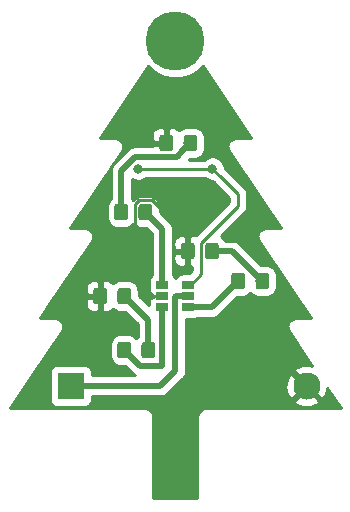
<source format=gbr>
G04 #@! TF.GenerationSoftware,KiCad,Pcbnew,(5.1.4)-1*
G04 #@! TF.CreationDate,2020-11-14T12:40:31-05:00*
G04 #@! TF.ProjectId,circuit,63697263-7569-4742-9e6b-696361645f70,rev?*
G04 #@! TF.SameCoordinates,Original*
G04 #@! TF.FileFunction,Copper,L1,Top*
G04 #@! TF.FilePolarity,Positive*
%FSLAX46Y46*%
G04 Gerber Fmt 4.6, Leading zero omitted, Abs format (unit mm)*
G04 Created by KiCad (PCBNEW (5.1.4)-1) date 2020-11-14 12:40:31*
%MOMM*%
%LPD*%
G04 APERTURE LIST*
%ADD10C,0.800000*%
%ADD11C,5.000000*%
%ADD12C,0.100000*%
%ADD13C,1.150000*%
%ADD14R,1.060000X0.650000*%
%ADD15R,2.300000X2.300000*%
%ADD16C,2.300000*%
%ADD17C,0.508000*%
%ADD18C,0.254000*%
G04 APERTURE END LIST*
D10*
X64825825Y-43124175D03*
X63500000Y-42575000D03*
X62174175Y-43124175D03*
X61625000Y-44450000D03*
X62174175Y-45775825D03*
X63500000Y-46325000D03*
X64825825Y-45775825D03*
X65375000Y-44450000D03*
D11*
X63500000Y-44450000D03*
D12*
G36*
X63078505Y-52387204D02*
G01*
X63102773Y-52390804D01*
X63126572Y-52396765D01*
X63149671Y-52405030D01*
X63171850Y-52415520D01*
X63192893Y-52428132D01*
X63212599Y-52442747D01*
X63230777Y-52459223D01*
X63247253Y-52477401D01*
X63261868Y-52497107D01*
X63274480Y-52518150D01*
X63284970Y-52540329D01*
X63293235Y-52563428D01*
X63299196Y-52587227D01*
X63302796Y-52611495D01*
X63304000Y-52635999D01*
X63304000Y-53536001D01*
X63302796Y-53560505D01*
X63299196Y-53584773D01*
X63293235Y-53608572D01*
X63284970Y-53631671D01*
X63274480Y-53653850D01*
X63261868Y-53674893D01*
X63247253Y-53694599D01*
X63230777Y-53712777D01*
X63212599Y-53729253D01*
X63192893Y-53743868D01*
X63171850Y-53756480D01*
X63149671Y-53766970D01*
X63126572Y-53775235D01*
X63102773Y-53781196D01*
X63078505Y-53784796D01*
X63054001Y-53786000D01*
X62403999Y-53786000D01*
X62379495Y-53784796D01*
X62355227Y-53781196D01*
X62331428Y-53775235D01*
X62308329Y-53766970D01*
X62286150Y-53756480D01*
X62265107Y-53743868D01*
X62245401Y-53729253D01*
X62227223Y-53712777D01*
X62210747Y-53694599D01*
X62196132Y-53674893D01*
X62183520Y-53653850D01*
X62173030Y-53631671D01*
X62164765Y-53608572D01*
X62158804Y-53584773D01*
X62155204Y-53560505D01*
X62154000Y-53536001D01*
X62154000Y-52635999D01*
X62155204Y-52611495D01*
X62158804Y-52587227D01*
X62164765Y-52563428D01*
X62173030Y-52540329D01*
X62183520Y-52518150D01*
X62196132Y-52497107D01*
X62210747Y-52477401D01*
X62227223Y-52459223D01*
X62245401Y-52442747D01*
X62265107Y-52428132D01*
X62286150Y-52415520D01*
X62308329Y-52405030D01*
X62331428Y-52396765D01*
X62355227Y-52390804D01*
X62379495Y-52387204D01*
X62403999Y-52386000D01*
X63054001Y-52386000D01*
X63078505Y-52387204D01*
X63078505Y-52387204D01*
G37*
D13*
X62729000Y-53086000D03*
D12*
G36*
X65128505Y-52387204D02*
G01*
X65152773Y-52390804D01*
X65176572Y-52396765D01*
X65199671Y-52405030D01*
X65221850Y-52415520D01*
X65242893Y-52428132D01*
X65262599Y-52442747D01*
X65280777Y-52459223D01*
X65297253Y-52477401D01*
X65311868Y-52497107D01*
X65324480Y-52518150D01*
X65334970Y-52540329D01*
X65343235Y-52563428D01*
X65349196Y-52587227D01*
X65352796Y-52611495D01*
X65354000Y-52635999D01*
X65354000Y-53536001D01*
X65352796Y-53560505D01*
X65349196Y-53584773D01*
X65343235Y-53608572D01*
X65334970Y-53631671D01*
X65324480Y-53653850D01*
X65311868Y-53674893D01*
X65297253Y-53694599D01*
X65280777Y-53712777D01*
X65262599Y-53729253D01*
X65242893Y-53743868D01*
X65221850Y-53756480D01*
X65199671Y-53766970D01*
X65176572Y-53775235D01*
X65152773Y-53781196D01*
X65128505Y-53784796D01*
X65104001Y-53786000D01*
X64453999Y-53786000D01*
X64429495Y-53784796D01*
X64405227Y-53781196D01*
X64381428Y-53775235D01*
X64358329Y-53766970D01*
X64336150Y-53756480D01*
X64315107Y-53743868D01*
X64295401Y-53729253D01*
X64277223Y-53712777D01*
X64260747Y-53694599D01*
X64246132Y-53674893D01*
X64233520Y-53653850D01*
X64223030Y-53631671D01*
X64214765Y-53608572D01*
X64208804Y-53584773D01*
X64205204Y-53560505D01*
X64204000Y-53536001D01*
X64204000Y-52635999D01*
X64205204Y-52611495D01*
X64208804Y-52587227D01*
X64214765Y-52563428D01*
X64223030Y-52540329D01*
X64233520Y-52518150D01*
X64246132Y-52497107D01*
X64260747Y-52477401D01*
X64277223Y-52459223D01*
X64295401Y-52442747D01*
X64315107Y-52428132D01*
X64336150Y-52415520D01*
X64358329Y-52405030D01*
X64381428Y-52396765D01*
X64405227Y-52390804D01*
X64429495Y-52387204D01*
X64453999Y-52386000D01*
X65104001Y-52386000D01*
X65128505Y-52387204D01*
X65128505Y-52387204D01*
G37*
D13*
X64779000Y-53086000D03*
D12*
G36*
X59531505Y-65341204D02*
G01*
X59555773Y-65344804D01*
X59579572Y-65350765D01*
X59602671Y-65359030D01*
X59624850Y-65369520D01*
X59645893Y-65382132D01*
X59665599Y-65396747D01*
X59683777Y-65413223D01*
X59700253Y-65431401D01*
X59714868Y-65451107D01*
X59727480Y-65472150D01*
X59737970Y-65494329D01*
X59746235Y-65517428D01*
X59752196Y-65541227D01*
X59755796Y-65565495D01*
X59757000Y-65589999D01*
X59757000Y-66490001D01*
X59755796Y-66514505D01*
X59752196Y-66538773D01*
X59746235Y-66562572D01*
X59737970Y-66585671D01*
X59727480Y-66607850D01*
X59714868Y-66628893D01*
X59700253Y-66648599D01*
X59683777Y-66666777D01*
X59665599Y-66683253D01*
X59645893Y-66697868D01*
X59624850Y-66710480D01*
X59602671Y-66720970D01*
X59579572Y-66729235D01*
X59555773Y-66735196D01*
X59531505Y-66738796D01*
X59507001Y-66740000D01*
X58856999Y-66740000D01*
X58832495Y-66738796D01*
X58808227Y-66735196D01*
X58784428Y-66729235D01*
X58761329Y-66720970D01*
X58739150Y-66710480D01*
X58718107Y-66697868D01*
X58698401Y-66683253D01*
X58680223Y-66666777D01*
X58663747Y-66648599D01*
X58649132Y-66628893D01*
X58636520Y-66607850D01*
X58626030Y-66585671D01*
X58617765Y-66562572D01*
X58611804Y-66538773D01*
X58608204Y-66514505D01*
X58607000Y-66490001D01*
X58607000Y-65589999D01*
X58608204Y-65565495D01*
X58611804Y-65541227D01*
X58617765Y-65517428D01*
X58626030Y-65494329D01*
X58636520Y-65472150D01*
X58649132Y-65451107D01*
X58663747Y-65431401D01*
X58680223Y-65413223D01*
X58698401Y-65396747D01*
X58718107Y-65382132D01*
X58739150Y-65369520D01*
X58761329Y-65359030D01*
X58784428Y-65350765D01*
X58808227Y-65344804D01*
X58832495Y-65341204D01*
X58856999Y-65340000D01*
X59507001Y-65340000D01*
X59531505Y-65341204D01*
X59531505Y-65341204D01*
G37*
D13*
X59182000Y-66040000D03*
D12*
G36*
X57481505Y-65341204D02*
G01*
X57505773Y-65344804D01*
X57529572Y-65350765D01*
X57552671Y-65359030D01*
X57574850Y-65369520D01*
X57595893Y-65382132D01*
X57615599Y-65396747D01*
X57633777Y-65413223D01*
X57650253Y-65431401D01*
X57664868Y-65451107D01*
X57677480Y-65472150D01*
X57687970Y-65494329D01*
X57696235Y-65517428D01*
X57702196Y-65541227D01*
X57705796Y-65565495D01*
X57707000Y-65589999D01*
X57707000Y-66490001D01*
X57705796Y-66514505D01*
X57702196Y-66538773D01*
X57696235Y-66562572D01*
X57687970Y-66585671D01*
X57677480Y-66607850D01*
X57664868Y-66628893D01*
X57650253Y-66648599D01*
X57633777Y-66666777D01*
X57615599Y-66683253D01*
X57595893Y-66697868D01*
X57574850Y-66710480D01*
X57552671Y-66720970D01*
X57529572Y-66729235D01*
X57505773Y-66735196D01*
X57481505Y-66738796D01*
X57457001Y-66740000D01*
X56806999Y-66740000D01*
X56782495Y-66738796D01*
X56758227Y-66735196D01*
X56734428Y-66729235D01*
X56711329Y-66720970D01*
X56689150Y-66710480D01*
X56668107Y-66697868D01*
X56648401Y-66683253D01*
X56630223Y-66666777D01*
X56613747Y-66648599D01*
X56599132Y-66628893D01*
X56586520Y-66607850D01*
X56576030Y-66585671D01*
X56567765Y-66562572D01*
X56561804Y-66538773D01*
X56558204Y-66514505D01*
X56557000Y-66490001D01*
X56557000Y-65589999D01*
X56558204Y-65565495D01*
X56561804Y-65541227D01*
X56567765Y-65517428D01*
X56576030Y-65494329D01*
X56586520Y-65472150D01*
X56599132Y-65451107D01*
X56613747Y-65431401D01*
X56630223Y-65413223D01*
X56648401Y-65396747D01*
X56668107Y-65382132D01*
X56689150Y-65369520D01*
X56711329Y-65359030D01*
X56734428Y-65350765D01*
X56758227Y-65344804D01*
X56782495Y-65341204D01*
X56806999Y-65340000D01*
X57457001Y-65340000D01*
X57481505Y-65341204D01*
X57481505Y-65341204D01*
G37*
D13*
X57132000Y-66040000D03*
D12*
G36*
X64910506Y-61531204D02*
G01*
X64934774Y-61534804D01*
X64958573Y-61540765D01*
X64981672Y-61549030D01*
X65003851Y-61559520D01*
X65024894Y-61572132D01*
X65044600Y-61586747D01*
X65062778Y-61603223D01*
X65079254Y-61621401D01*
X65093869Y-61641107D01*
X65106481Y-61662150D01*
X65116971Y-61684329D01*
X65125236Y-61707428D01*
X65131197Y-61731227D01*
X65134797Y-61755495D01*
X65136001Y-61779999D01*
X65136001Y-62680001D01*
X65134797Y-62704505D01*
X65131197Y-62728773D01*
X65125236Y-62752572D01*
X65116971Y-62775671D01*
X65106481Y-62797850D01*
X65093869Y-62818893D01*
X65079254Y-62838599D01*
X65062778Y-62856777D01*
X65044600Y-62873253D01*
X65024894Y-62887868D01*
X65003851Y-62900480D01*
X64981672Y-62910970D01*
X64958573Y-62919235D01*
X64934774Y-62925196D01*
X64910506Y-62928796D01*
X64886002Y-62930000D01*
X64236000Y-62930000D01*
X64211496Y-62928796D01*
X64187228Y-62925196D01*
X64163429Y-62919235D01*
X64140330Y-62910970D01*
X64118151Y-62900480D01*
X64097108Y-62887868D01*
X64077402Y-62873253D01*
X64059224Y-62856777D01*
X64042748Y-62838599D01*
X64028133Y-62818893D01*
X64015521Y-62797850D01*
X64005031Y-62775671D01*
X63996766Y-62752572D01*
X63990805Y-62728773D01*
X63987205Y-62704505D01*
X63986001Y-62680001D01*
X63986001Y-61779999D01*
X63987205Y-61755495D01*
X63990805Y-61731227D01*
X63996766Y-61707428D01*
X64005031Y-61684329D01*
X64015521Y-61662150D01*
X64028133Y-61641107D01*
X64042748Y-61621401D01*
X64059224Y-61603223D01*
X64077402Y-61586747D01*
X64097108Y-61572132D01*
X64118151Y-61559520D01*
X64140330Y-61549030D01*
X64163429Y-61540765D01*
X64187228Y-61534804D01*
X64211496Y-61531204D01*
X64236000Y-61530000D01*
X64886002Y-61530000D01*
X64910506Y-61531204D01*
X64910506Y-61531204D01*
G37*
D13*
X64561001Y-62230000D03*
D12*
G36*
X66960506Y-61531204D02*
G01*
X66984774Y-61534804D01*
X67008573Y-61540765D01*
X67031672Y-61549030D01*
X67053851Y-61559520D01*
X67074894Y-61572132D01*
X67094600Y-61586747D01*
X67112778Y-61603223D01*
X67129254Y-61621401D01*
X67143869Y-61641107D01*
X67156481Y-61662150D01*
X67166971Y-61684329D01*
X67175236Y-61707428D01*
X67181197Y-61731227D01*
X67184797Y-61755495D01*
X67186001Y-61779999D01*
X67186001Y-62680001D01*
X67184797Y-62704505D01*
X67181197Y-62728773D01*
X67175236Y-62752572D01*
X67166971Y-62775671D01*
X67156481Y-62797850D01*
X67143869Y-62818893D01*
X67129254Y-62838599D01*
X67112778Y-62856777D01*
X67094600Y-62873253D01*
X67074894Y-62887868D01*
X67053851Y-62900480D01*
X67031672Y-62910970D01*
X67008573Y-62919235D01*
X66984774Y-62925196D01*
X66960506Y-62928796D01*
X66936002Y-62930000D01*
X66286000Y-62930000D01*
X66261496Y-62928796D01*
X66237228Y-62925196D01*
X66213429Y-62919235D01*
X66190330Y-62910970D01*
X66168151Y-62900480D01*
X66147108Y-62887868D01*
X66127402Y-62873253D01*
X66109224Y-62856777D01*
X66092748Y-62838599D01*
X66078133Y-62818893D01*
X66065521Y-62797850D01*
X66055031Y-62775671D01*
X66046766Y-62752572D01*
X66040805Y-62728773D01*
X66037205Y-62704505D01*
X66036001Y-62680001D01*
X66036001Y-61779999D01*
X66037205Y-61755495D01*
X66040805Y-61731227D01*
X66046766Y-61707428D01*
X66055031Y-61684329D01*
X66065521Y-61662150D01*
X66078133Y-61641107D01*
X66092748Y-61621401D01*
X66109224Y-61603223D01*
X66127402Y-61586747D01*
X66147108Y-61572132D01*
X66168151Y-61559520D01*
X66190330Y-61549030D01*
X66213429Y-61540765D01*
X66237228Y-61534804D01*
X66261496Y-61531204D01*
X66286000Y-61530000D01*
X66936002Y-61530000D01*
X66960506Y-61531204D01*
X66960506Y-61531204D01*
G37*
D13*
X66611001Y-62230000D03*
D12*
G36*
X61309505Y-58229204D02*
G01*
X61333773Y-58232804D01*
X61357572Y-58238765D01*
X61380671Y-58247030D01*
X61402850Y-58257520D01*
X61423893Y-58270132D01*
X61443599Y-58284747D01*
X61461777Y-58301223D01*
X61478253Y-58319401D01*
X61492868Y-58339107D01*
X61505480Y-58360150D01*
X61515970Y-58382329D01*
X61524235Y-58405428D01*
X61530196Y-58429227D01*
X61533796Y-58453495D01*
X61535000Y-58477999D01*
X61535000Y-59378001D01*
X61533796Y-59402505D01*
X61530196Y-59426773D01*
X61524235Y-59450572D01*
X61515970Y-59473671D01*
X61505480Y-59495850D01*
X61492868Y-59516893D01*
X61478253Y-59536599D01*
X61461777Y-59554777D01*
X61443599Y-59571253D01*
X61423893Y-59585868D01*
X61402850Y-59598480D01*
X61380671Y-59608970D01*
X61357572Y-59617235D01*
X61333773Y-59623196D01*
X61309505Y-59626796D01*
X61285001Y-59628000D01*
X60634999Y-59628000D01*
X60610495Y-59626796D01*
X60586227Y-59623196D01*
X60562428Y-59617235D01*
X60539329Y-59608970D01*
X60517150Y-59598480D01*
X60496107Y-59585868D01*
X60476401Y-59571253D01*
X60458223Y-59554777D01*
X60441747Y-59536599D01*
X60427132Y-59516893D01*
X60414520Y-59495850D01*
X60404030Y-59473671D01*
X60395765Y-59450572D01*
X60389804Y-59426773D01*
X60386204Y-59402505D01*
X60385000Y-59378001D01*
X60385000Y-58477999D01*
X60386204Y-58453495D01*
X60389804Y-58429227D01*
X60395765Y-58405428D01*
X60404030Y-58382329D01*
X60414520Y-58360150D01*
X60427132Y-58339107D01*
X60441747Y-58319401D01*
X60458223Y-58301223D01*
X60476401Y-58284747D01*
X60496107Y-58270132D01*
X60517150Y-58257520D01*
X60539329Y-58247030D01*
X60562428Y-58238765D01*
X60586227Y-58232804D01*
X60610495Y-58229204D01*
X60634999Y-58228000D01*
X61285001Y-58228000D01*
X61309505Y-58229204D01*
X61309505Y-58229204D01*
G37*
D13*
X60960000Y-58928000D03*
D12*
G36*
X59259505Y-58229204D02*
G01*
X59283773Y-58232804D01*
X59307572Y-58238765D01*
X59330671Y-58247030D01*
X59352850Y-58257520D01*
X59373893Y-58270132D01*
X59393599Y-58284747D01*
X59411777Y-58301223D01*
X59428253Y-58319401D01*
X59442868Y-58339107D01*
X59455480Y-58360150D01*
X59465970Y-58382329D01*
X59474235Y-58405428D01*
X59480196Y-58429227D01*
X59483796Y-58453495D01*
X59485000Y-58477999D01*
X59485000Y-59378001D01*
X59483796Y-59402505D01*
X59480196Y-59426773D01*
X59474235Y-59450572D01*
X59465970Y-59473671D01*
X59455480Y-59495850D01*
X59442868Y-59516893D01*
X59428253Y-59536599D01*
X59411777Y-59554777D01*
X59393599Y-59571253D01*
X59373893Y-59585868D01*
X59352850Y-59598480D01*
X59330671Y-59608970D01*
X59307572Y-59617235D01*
X59283773Y-59623196D01*
X59259505Y-59626796D01*
X59235001Y-59628000D01*
X58584999Y-59628000D01*
X58560495Y-59626796D01*
X58536227Y-59623196D01*
X58512428Y-59617235D01*
X58489329Y-59608970D01*
X58467150Y-59598480D01*
X58446107Y-59585868D01*
X58426401Y-59571253D01*
X58408223Y-59554777D01*
X58391747Y-59536599D01*
X58377132Y-59516893D01*
X58364520Y-59495850D01*
X58354030Y-59473671D01*
X58345765Y-59450572D01*
X58339804Y-59426773D01*
X58336204Y-59402505D01*
X58335000Y-59378001D01*
X58335000Y-58477999D01*
X58336204Y-58453495D01*
X58339804Y-58429227D01*
X58345765Y-58405428D01*
X58354030Y-58382329D01*
X58364520Y-58360150D01*
X58377132Y-58339107D01*
X58391747Y-58319401D01*
X58408223Y-58301223D01*
X58426401Y-58284747D01*
X58446107Y-58270132D01*
X58467150Y-58257520D01*
X58489329Y-58247030D01*
X58512428Y-58238765D01*
X58536227Y-58232804D01*
X58560495Y-58229204D01*
X58584999Y-58228000D01*
X59235001Y-58228000D01*
X59259505Y-58229204D01*
X59259505Y-58229204D01*
G37*
D13*
X58910000Y-58928000D03*
D12*
G36*
X61563505Y-69913204D02*
G01*
X61587773Y-69916804D01*
X61611572Y-69922765D01*
X61634671Y-69931030D01*
X61656850Y-69941520D01*
X61677893Y-69954132D01*
X61697599Y-69968747D01*
X61715777Y-69985223D01*
X61732253Y-70003401D01*
X61746868Y-70023107D01*
X61759480Y-70044150D01*
X61769970Y-70066329D01*
X61778235Y-70089428D01*
X61784196Y-70113227D01*
X61787796Y-70137495D01*
X61789000Y-70161999D01*
X61789000Y-71062001D01*
X61787796Y-71086505D01*
X61784196Y-71110773D01*
X61778235Y-71134572D01*
X61769970Y-71157671D01*
X61759480Y-71179850D01*
X61746868Y-71200893D01*
X61732253Y-71220599D01*
X61715777Y-71238777D01*
X61697599Y-71255253D01*
X61677893Y-71269868D01*
X61656850Y-71282480D01*
X61634671Y-71292970D01*
X61611572Y-71301235D01*
X61587773Y-71307196D01*
X61563505Y-71310796D01*
X61539001Y-71312000D01*
X60888999Y-71312000D01*
X60864495Y-71310796D01*
X60840227Y-71307196D01*
X60816428Y-71301235D01*
X60793329Y-71292970D01*
X60771150Y-71282480D01*
X60750107Y-71269868D01*
X60730401Y-71255253D01*
X60712223Y-71238777D01*
X60695747Y-71220599D01*
X60681132Y-71200893D01*
X60668520Y-71179850D01*
X60658030Y-71157671D01*
X60649765Y-71134572D01*
X60643804Y-71110773D01*
X60640204Y-71086505D01*
X60639000Y-71062001D01*
X60639000Y-70161999D01*
X60640204Y-70137495D01*
X60643804Y-70113227D01*
X60649765Y-70089428D01*
X60658030Y-70066329D01*
X60668520Y-70044150D01*
X60681132Y-70023107D01*
X60695747Y-70003401D01*
X60712223Y-69985223D01*
X60730401Y-69968747D01*
X60750107Y-69954132D01*
X60771150Y-69941520D01*
X60793329Y-69931030D01*
X60816428Y-69922765D01*
X60840227Y-69916804D01*
X60864495Y-69913204D01*
X60888999Y-69912000D01*
X61539001Y-69912000D01*
X61563505Y-69913204D01*
X61563505Y-69913204D01*
G37*
D13*
X61214000Y-70612000D03*
D12*
G36*
X59513505Y-69913204D02*
G01*
X59537773Y-69916804D01*
X59561572Y-69922765D01*
X59584671Y-69931030D01*
X59606850Y-69941520D01*
X59627893Y-69954132D01*
X59647599Y-69968747D01*
X59665777Y-69985223D01*
X59682253Y-70003401D01*
X59696868Y-70023107D01*
X59709480Y-70044150D01*
X59719970Y-70066329D01*
X59728235Y-70089428D01*
X59734196Y-70113227D01*
X59737796Y-70137495D01*
X59739000Y-70161999D01*
X59739000Y-71062001D01*
X59737796Y-71086505D01*
X59734196Y-71110773D01*
X59728235Y-71134572D01*
X59719970Y-71157671D01*
X59709480Y-71179850D01*
X59696868Y-71200893D01*
X59682253Y-71220599D01*
X59665777Y-71238777D01*
X59647599Y-71255253D01*
X59627893Y-71269868D01*
X59606850Y-71282480D01*
X59584671Y-71292970D01*
X59561572Y-71301235D01*
X59537773Y-71307196D01*
X59513505Y-71310796D01*
X59489001Y-71312000D01*
X58838999Y-71312000D01*
X58814495Y-71310796D01*
X58790227Y-71307196D01*
X58766428Y-71301235D01*
X58743329Y-71292970D01*
X58721150Y-71282480D01*
X58700107Y-71269868D01*
X58680401Y-71255253D01*
X58662223Y-71238777D01*
X58645747Y-71220599D01*
X58631132Y-71200893D01*
X58618520Y-71179850D01*
X58608030Y-71157671D01*
X58599765Y-71134572D01*
X58593804Y-71110773D01*
X58590204Y-71086505D01*
X58589000Y-71062001D01*
X58589000Y-70161999D01*
X58590204Y-70137495D01*
X58593804Y-70113227D01*
X58599765Y-70089428D01*
X58608030Y-70066329D01*
X58618520Y-70044150D01*
X58631132Y-70023107D01*
X58645747Y-70003401D01*
X58662223Y-69985223D01*
X58680401Y-69968747D01*
X58700107Y-69954132D01*
X58721150Y-69941520D01*
X58743329Y-69931030D01*
X58766428Y-69922765D01*
X58790227Y-69916804D01*
X58814495Y-69913204D01*
X58838999Y-69912000D01*
X59489001Y-69912000D01*
X59513505Y-69913204D01*
X59513505Y-69913204D01*
G37*
D13*
X59164000Y-70612000D03*
D12*
G36*
X69174505Y-64071204D02*
G01*
X69198773Y-64074804D01*
X69222572Y-64080765D01*
X69245671Y-64089030D01*
X69267850Y-64099520D01*
X69288893Y-64112132D01*
X69308599Y-64126747D01*
X69326777Y-64143223D01*
X69343253Y-64161401D01*
X69357868Y-64181107D01*
X69370480Y-64202150D01*
X69380970Y-64224329D01*
X69389235Y-64247428D01*
X69395196Y-64271227D01*
X69398796Y-64295495D01*
X69400000Y-64319999D01*
X69400000Y-65220001D01*
X69398796Y-65244505D01*
X69395196Y-65268773D01*
X69389235Y-65292572D01*
X69380970Y-65315671D01*
X69370480Y-65337850D01*
X69357868Y-65358893D01*
X69343253Y-65378599D01*
X69326777Y-65396777D01*
X69308599Y-65413253D01*
X69288893Y-65427868D01*
X69267850Y-65440480D01*
X69245671Y-65450970D01*
X69222572Y-65459235D01*
X69198773Y-65465196D01*
X69174505Y-65468796D01*
X69150001Y-65470000D01*
X68499999Y-65470000D01*
X68475495Y-65468796D01*
X68451227Y-65465196D01*
X68427428Y-65459235D01*
X68404329Y-65450970D01*
X68382150Y-65440480D01*
X68361107Y-65427868D01*
X68341401Y-65413253D01*
X68323223Y-65396777D01*
X68306747Y-65378599D01*
X68292132Y-65358893D01*
X68279520Y-65337850D01*
X68269030Y-65315671D01*
X68260765Y-65292572D01*
X68254804Y-65268773D01*
X68251204Y-65244505D01*
X68250000Y-65220001D01*
X68250000Y-64319999D01*
X68251204Y-64295495D01*
X68254804Y-64271227D01*
X68260765Y-64247428D01*
X68269030Y-64224329D01*
X68279520Y-64202150D01*
X68292132Y-64181107D01*
X68306747Y-64161401D01*
X68323223Y-64143223D01*
X68341401Y-64126747D01*
X68361107Y-64112132D01*
X68382150Y-64099520D01*
X68404329Y-64089030D01*
X68427428Y-64080765D01*
X68451227Y-64074804D01*
X68475495Y-64071204D01*
X68499999Y-64070000D01*
X69150001Y-64070000D01*
X69174505Y-64071204D01*
X69174505Y-64071204D01*
G37*
D13*
X68825000Y-64770000D03*
D12*
G36*
X71224505Y-64071204D02*
G01*
X71248773Y-64074804D01*
X71272572Y-64080765D01*
X71295671Y-64089030D01*
X71317850Y-64099520D01*
X71338893Y-64112132D01*
X71358599Y-64126747D01*
X71376777Y-64143223D01*
X71393253Y-64161401D01*
X71407868Y-64181107D01*
X71420480Y-64202150D01*
X71430970Y-64224329D01*
X71439235Y-64247428D01*
X71445196Y-64271227D01*
X71448796Y-64295495D01*
X71450000Y-64319999D01*
X71450000Y-65220001D01*
X71448796Y-65244505D01*
X71445196Y-65268773D01*
X71439235Y-65292572D01*
X71430970Y-65315671D01*
X71420480Y-65337850D01*
X71407868Y-65358893D01*
X71393253Y-65378599D01*
X71376777Y-65396777D01*
X71358599Y-65413253D01*
X71338893Y-65427868D01*
X71317850Y-65440480D01*
X71295671Y-65450970D01*
X71272572Y-65459235D01*
X71248773Y-65465196D01*
X71224505Y-65468796D01*
X71200001Y-65470000D01*
X70549999Y-65470000D01*
X70525495Y-65468796D01*
X70501227Y-65465196D01*
X70477428Y-65459235D01*
X70454329Y-65450970D01*
X70432150Y-65440480D01*
X70411107Y-65427868D01*
X70391401Y-65413253D01*
X70373223Y-65396777D01*
X70356747Y-65378599D01*
X70342132Y-65358893D01*
X70329520Y-65337850D01*
X70319030Y-65315671D01*
X70310765Y-65292572D01*
X70304804Y-65268773D01*
X70301204Y-65244505D01*
X70300000Y-65220001D01*
X70300000Y-64319999D01*
X70301204Y-64295495D01*
X70304804Y-64271227D01*
X70310765Y-64247428D01*
X70319030Y-64224329D01*
X70329520Y-64202150D01*
X70342132Y-64181107D01*
X70356747Y-64161401D01*
X70373223Y-64143223D01*
X70391401Y-64126747D01*
X70411107Y-64112132D01*
X70432150Y-64099520D01*
X70454329Y-64089030D01*
X70477428Y-64080765D01*
X70501227Y-64074804D01*
X70525495Y-64071204D01*
X70549999Y-64070000D01*
X71200001Y-64070000D01*
X71224505Y-64071204D01*
X71224505Y-64071204D01*
G37*
D13*
X70875000Y-64770000D03*
D14*
X62400000Y-65090000D03*
X62400000Y-66040000D03*
X62400000Y-66990000D03*
X64600000Y-66990000D03*
X64600000Y-65090000D03*
X64600000Y-66040000D03*
D15*
X54640000Y-73650000D03*
D16*
X74610000Y-73660000D03*
D10*
X66675000Y-51435000D03*
X60325000Y-51435000D03*
X61976000Y-82550000D03*
X63500000Y-82550000D03*
X65024000Y-82550000D03*
X66650000Y-55240000D03*
X60350000Y-55240000D03*
D17*
X63562000Y-66040000D02*
X64600000Y-66040000D01*
X63500000Y-66102000D02*
X63562000Y-66040000D01*
X63500000Y-72390000D02*
X63500000Y-66102000D01*
X62240000Y-73650000D02*
X63500000Y-72390000D01*
X54640000Y-73650000D02*
X62240000Y-73650000D01*
D18*
X64561001Y-62230000D02*
X64561001Y-57195001D01*
X60057990Y-58238992D02*
X60057990Y-64481990D01*
X60057990Y-64481990D02*
X61616000Y-66040000D01*
X60395992Y-57900990D02*
X60057990Y-58238992D01*
X61616000Y-66040000D02*
X62400000Y-66040000D01*
X61524008Y-57900990D02*
X60395992Y-57900990D01*
X64561001Y-60937983D02*
X61524008Y-57900990D01*
X64561001Y-62230000D02*
X64561001Y-60937983D01*
D17*
X64155628Y-53709372D02*
X64779000Y-53086000D01*
X63624990Y-54240010D02*
X64155628Y-53709372D01*
X60086068Y-54240010D02*
X63624990Y-54240010D01*
X58910000Y-55416078D02*
X60086068Y-54240010D01*
X58910000Y-58928000D02*
X58910000Y-55416078D01*
X61214000Y-68072000D02*
X59182000Y-66040000D01*
X61214000Y-70612000D02*
X61214000Y-68072000D01*
X68335000Y-62230000D02*
X66611001Y-62230000D01*
X70875000Y-64770000D02*
X68335000Y-62230000D01*
X62400000Y-60368000D02*
X60960000Y-58928000D01*
X62400000Y-65090000D02*
X62400000Y-60368000D01*
X62400000Y-66990000D02*
X62195000Y-66990000D01*
X62400000Y-66990000D02*
X62400000Y-71966000D01*
X60518000Y-71966000D02*
X59164000Y-70612000D01*
X62400000Y-71966000D02*
X60518000Y-71966000D01*
X66605000Y-66990000D02*
X68825000Y-64770000D01*
X64600000Y-66990000D02*
X66605000Y-66990000D01*
D18*
X65708991Y-61540992D02*
X68829983Y-58420000D01*
X65708991Y-64186009D02*
X65708991Y-61540992D01*
X64600000Y-65090000D02*
X64805000Y-65090000D01*
X64805000Y-65090000D02*
X65708991Y-64186009D01*
X68829983Y-58420000D02*
X68829983Y-57399983D01*
X68829983Y-57399983D02*
X67310000Y-55880000D01*
X67310000Y-55880000D02*
X67290000Y-55880000D01*
X67290000Y-55880000D02*
X66650000Y-55240000D01*
X66650000Y-55240000D02*
X60350000Y-55240000D01*
G36*
X69886778Y-52680000D02*
G01*
X68612757Y-52680000D01*
X68580693Y-52676808D01*
X68547934Y-52680000D01*
X68547581Y-52680000D01*
X68514866Y-52683222D01*
X68451299Y-52689416D01*
X68450971Y-52689515D01*
X68450617Y-52689550D01*
X68387927Y-52708567D01*
X68326849Y-52727025D01*
X68326543Y-52727188D01*
X68326207Y-52727290D01*
X68268531Y-52758118D01*
X68212127Y-52788191D01*
X68211861Y-52788409D01*
X68211550Y-52788575D01*
X68161126Y-52829957D01*
X68111543Y-52870562D01*
X68111323Y-52870830D01*
X68111052Y-52871052D01*
X68069507Y-52921674D01*
X68028962Y-52970974D01*
X68028801Y-52971275D01*
X68028575Y-52971550D01*
X67997765Y-53029191D01*
X67967556Y-53085566D01*
X67967455Y-53085899D01*
X67967290Y-53086207D01*
X67948274Y-53148892D01*
X67929687Y-53209938D01*
X67929653Y-53210276D01*
X67929550Y-53210617D01*
X67923113Y-53275974D01*
X67916808Y-53339307D01*
X67916841Y-53339650D01*
X67916807Y-53340000D01*
X67923224Y-53405157D01*
X67929416Y-53468701D01*
X67929515Y-53469029D01*
X67929550Y-53469383D01*
X67948567Y-53532073D01*
X67967025Y-53593151D01*
X67967188Y-53593457D01*
X67967290Y-53593793D01*
X67997963Y-53651178D01*
X68012864Y-53679127D01*
X68013054Y-53679412D01*
X68028575Y-53708450D01*
X68049024Y-53733367D01*
X72426778Y-60300000D01*
X71152757Y-60300000D01*
X71120693Y-60296808D01*
X71087934Y-60300000D01*
X71087581Y-60300000D01*
X71054866Y-60303222D01*
X70991299Y-60309416D01*
X70990971Y-60309515D01*
X70990617Y-60309550D01*
X70927927Y-60328567D01*
X70866849Y-60347025D01*
X70866543Y-60347188D01*
X70866207Y-60347290D01*
X70808531Y-60378118D01*
X70752127Y-60408191D01*
X70751861Y-60408409D01*
X70751550Y-60408575D01*
X70701126Y-60449957D01*
X70651543Y-60490562D01*
X70651323Y-60490830D01*
X70651052Y-60491052D01*
X70609507Y-60541674D01*
X70568962Y-60590974D01*
X70568801Y-60591275D01*
X70568575Y-60591550D01*
X70537765Y-60649191D01*
X70507556Y-60705566D01*
X70507455Y-60705899D01*
X70507290Y-60706207D01*
X70488274Y-60768892D01*
X70469687Y-60829938D01*
X70469653Y-60830276D01*
X70469550Y-60830617D01*
X70463113Y-60895974D01*
X70456808Y-60959307D01*
X70456841Y-60959650D01*
X70456807Y-60960000D01*
X70463224Y-61025157D01*
X70469416Y-61088701D01*
X70469515Y-61089029D01*
X70469550Y-61089383D01*
X70488557Y-61152038D01*
X70507025Y-61213151D01*
X70507188Y-61213457D01*
X70507290Y-61213793D01*
X70537963Y-61271178D01*
X70552864Y-61299127D01*
X70553054Y-61299412D01*
X70568575Y-61328450D01*
X70589024Y-61353367D01*
X74966778Y-67920000D01*
X73692757Y-67920000D01*
X73660693Y-67916808D01*
X73627934Y-67920000D01*
X73627581Y-67920000D01*
X73594866Y-67923222D01*
X73531299Y-67929416D01*
X73530971Y-67929515D01*
X73530617Y-67929550D01*
X73467927Y-67948567D01*
X73406849Y-67967025D01*
X73406543Y-67967188D01*
X73406207Y-67967290D01*
X73348531Y-67998118D01*
X73292127Y-68028191D01*
X73291861Y-68028409D01*
X73291550Y-68028575D01*
X73241126Y-68069957D01*
X73191543Y-68110562D01*
X73191323Y-68110830D01*
X73191052Y-68111052D01*
X73149507Y-68161674D01*
X73108962Y-68210974D01*
X73108801Y-68211275D01*
X73108575Y-68211550D01*
X73077765Y-68269191D01*
X73047556Y-68325566D01*
X73047455Y-68325899D01*
X73047290Y-68326207D01*
X73028274Y-68388892D01*
X73009687Y-68449938D01*
X73009653Y-68450276D01*
X73009550Y-68450617D01*
X73003113Y-68515974D01*
X72996808Y-68579307D01*
X72996841Y-68579650D01*
X72996807Y-68580000D01*
X73003224Y-68645157D01*
X73009416Y-68708701D01*
X73009515Y-68709029D01*
X73009550Y-68709383D01*
X73028567Y-68772073D01*
X73047025Y-68833151D01*
X73047188Y-68833457D01*
X73047290Y-68833793D01*
X73077963Y-68891178D01*
X73092864Y-68919127D01*
X73093054Y-68919412D01*
X73108575Y-68948450D01*
X73129024Y-68973367D01*
X75110991Y-71946318D01*
X74904174Y-71890651D01*
X74553339Y-71867259D01*
X74204681Y-71912760D01*
X73871600Y-72025406D01*
X73661118Y-72137910D01*
X73547256Y-72417651D01*
X74610000Y-73480395D01*
X74624143Y-73466253D01*
X74803748Y-73645858D01*
X74789605Y-73660000D01*
X75852349Y-74722744D01*
X76132090Y-74608882D01*
X76287961Y-74293704D01*
X76379349Y-73954174D01*
X76385733Y-73858431D01*
X77506778Y-75540000D01*
X66072419Y-75540000D01*
X66040000Y-75536807D01*
X66007581Y-75540000D01*
X65910617Y-75549550D01*
X65786207Y-75587290D01*
X65671550Y-75648575D01*
X65571052Y-75731052D01*
X65488575Y-75831550D01*
X65427290Y-75946207D01*
X65389550Y-76070617D01*
X65376807Y-76200000D01*
X65380001Y-76232429D01*
X65380000Y-83160000D01*
X61620000Y-83160000D01*
X61620000Y-76232419D01*
X61623193Y-76200000D01*
X61610450Y-76070617D01*
X61572710Y-75946207D01*
X61511425Y-75831550D01*
X61428948Y-75731052D01*
X61328450Y-75648575D01*
X61213793Y-75587290D01*
X61089383Y-75549550D01*
X60992419Y-75540000D01*
X60960000Y-75536807D01*
X60927581Y-75540000D01*
X49493221Y-75540000D01*
X51519887Y-72500000D01*
X52851928Y-72500000D01*
X52851928Y-74800000D01*
X52864188Y-74924482D01*
X52900498Y-75044180D01*
X52959463Y-75154494D01*
X53038815Y-75251185D01*
X53135506Y-75330537D01*
X53245820Y-75389502D01*
X53365518Y-75425812D01*
X53490000Y-75438072D01*
X55790000Y-75438072D01*
X55914482Y-75425812D01*
X56034180Y-75389502D01*
X56144494Y-75330537D01*
X56241185Y-75251185D01*
X56320537Y-75154494D01*
X56379502Y-75044180D01*
X56415812Y-74924482D01*
X56417991Y-74902349D01*
X73547256Y-74902349D01*
X73661118Y-75182090D01*
X73976296Y-75337961D01*
X74315826Y-75429349D01*
X74666661Y-75452741D01*
X75015319Y-75407240D01*
X75348400Y-75294594D01*
X75558882Y-75182090D01*
X75672744Y-74902349D01*
X74610000Y-73839605D01*
X73547256Y-74902349D01*
X56417991Y-74902349D01*
X56428072Y-74800000D01*
X56428072Y-74539000D01*
X62196340Y-74539000D01*
X62240000Y-74543300D01*
X62283660Y-74539000D01*
X62283667Y-74539000D01*
X62414274Y-74526136D01*
X62581851Y-74475303D01*
X62736291Y-74392753D01*
X62871659Y-74281659D01*
X62899499Y-74247736D01*
X63430574Y-73716661D01*
X72817259Y-73716661D01*
X72862760Y-74065319D01*
X72975406Y-74398400D01*
X73087910Y-74608882D01*
X73367651Y-74722744D01*
X74430395Y-73660000D01*
X73367651Y-72597256D01*
X73087910Y-72711118D01*
X72932039Y-73026296D01*
X72840651Y-73365826D01*
X72817259Y-73716661D01*
X63430574Y-73716661D01*
X64097743Y-73049493D01*
X64131659Y-73021659D01*
X64242753Y-72886291D01*
X64325303Y-72731851D01*
X64366009Y-72597659D01*
X64376136Y-72564276D01*
X64379406Y-72531076D01*
X64389000Y-72433667D01*
X64389000Y-72433661D01*
X64393300Y-72390001D01*
X64389000Y-72346341D01*
X64389000Y-67953072D01*
X65130000Y-67953072D01*
X65254482Y-67940812D01*
X65374180Y-67904502D01*
X65421890Y-67879000D01*
X66561340Y-67879000D01*
X66605000Y-67883300D01*
X66648660Y-67879000D01*
X66648667Y-67879000D01*
X66779274Y-67866136D01*
X66946851Y-67815303D01*
X67101291Y-67732753D01*
X67236659Y-67621659D01*
X67264499Y-67587736D01*
X68744164Y-66108072D01*
X69150001Y-66108072D01*
X69323255Y-66091008D01*
X69489851Y-66040472D01*
X69643387Y-65958405D01*
X69777962Y-65847962D01*
X69850000Y-65760184D01*
X69922038Y-65847962D01*
X70056613Y-65958405D01*
X70210149Y-66040472D01*
X70376745Y-66091008D01*
X70549999Y-66108072D01*
X71200001Y-66108072D01*
X71373255Y-66091008D01*
X71539851Y-66040472D01*
X71693387Y-65958405D01*
X71827962Y-65847962D01*
X71938405Y-65713387D01*
X72020472Y-65559851D01*
X72071008Y-65393255D01*
X72088072Y-65220001D01*
X72088072Y-64319999D01*
X72071008Y-64146745D01*
X72020472Y-63980149D01*
X71938405Y-63826613D01*
X71827962Y-63692038D01*
X71693387Y-63581595D01*
X71539851Y-63499528D01*
X71373255Y-63448992D01*
X71200001Y-63431928D01*
X70794164Y-63431928D01*
X68994499Y-61632264D01*
X68966659Y-61598341D01*
X68831291Y-61487247D01*
X68676851Y-61404697D01*
X68509274Y-61353864D01*
X68378667Y-61341000D01*
X68378660Y-61341000D01*
X68335000Y-61336700D01*
X68291340Y-61341000D01*
X67703477Y-61341000D01*
X67674406Y-61286613D01*
X67563963Y-61152038D01*
X67429388Y-61041595D01*
X67335958Y-60991655D01*
X69342336Y-58985278D01*
X69371405Y-58961422D01*
X69466628Y-58845392D01*
X69537385Y-58713015D01*
X69580957Y-58569378D01*
X69591983Y-58457426D01*
X69591983Y-58457424D01*
X69595669Y-58420001D01*
X69591983Y-58382578D01*
X69591983Y-57437406D01*
X69595669Y-57399983D01*
X69591983Y-57362557D01*
X69580957Y-57250605D01*
X69537385Y-57106968D01*
X69504448Y-57045347D01*
X69466628Y-56974590D01*
X69431840Y-56932202D01*
X69371405Y-56858561D01*
X69342329Y-56834699D01*
X67875284Y-55367654D01*
X67851422Y-55338578D01*
X67735392Y-55243355D01*
X67725925Y-55238295D01*
X67685000Y-55197370D01*
X67685000Y-55138061D01*
X67645226Y-54938102D01*
X67567205Y-54749744D01*
X67453937Y-54580226D01*
X67309774Y-54436063D01*
X67140256Y-54322795D01*
X66951898Y-54244774D01*
X66751939Y-54205000D01*
X66548061Y-54205000D01*
X66348102Y-54244774D01*
X66159744Y-54322795D01*
X65990226Y-54436063D01*
X65948289Y-54478000D01*
X64644235Y-54478000D01*
X64698163Y-54424072D01*
X65104001Y-54424072D01*
X65277255Y-54407008D01*
X65443851Y-54356472D01*
X65597387Y-54274405D01*
X65731962Y-54163962D01*
X65842405Y-54029387D01*
X65924472Y-53875851D01*
X65975008Y-53709255D01*
X65992072Y-53536001D01*
X65992072Y-52635999D01*
X65975008Y-52462745D01*
X65924472Y-52296149D01*
X65842405Y-52142613D01*
X65731962Y-52008038D01*
X65597387Y-51897595D01*
X65443851Y-51815528D01*
X65277255Y-51764992D01*
X65104001Y-51747928D01*
X64453999Y-51747928D01*
X64280745Y-51764992D01*
X64114149Y-51815528D01*
X63960613Y-51897595D01*
X63826038Y-52008038D01*
X63820658Y-52014594D01*
X63755185Y-51934815D01*
X63658494Y-51855463D01*
X63548180Y-51796498D01*
X63428482Y-51760188D01*
X63304000Y-51747928D01*
X63014750Y-51751000D01*
X62856000Y-51909750D01*
X62856000Y-52959000D01*
X62876000Y-52959000D01*
X62876000Y-53213000D01*
X62856000Y-53213000D01*
X62856000Y-53233000D01*
X62602000Y-53233000D01*
X62602000Y-53213000D01*
X61677750Y-53213000D01*
X61539740Y-53351010D01*
X60129727Y-53351010D01*
X60086067Y-53346710D01*
X60042407Y-53351010D01*
X60042401Y-53351010D01*
X59944992Y-53360604D01*
X59911792Y-53363874D01*
X59810126Y-53394714D01*
X59744217Y-53414707D01*
X59589777Y-53497257D01*
X59454409Y-53608351D01*
X59426569Y-53642274D01*
X58312259Y-54756584D01*
X58278342Y-54784419D01*
X58250507Y-54818336D01*
X58250505Y-54818338D01*
X58167248Y-54919787D01*
X58084698Y-55074226D01*
X58033864Y-55241804D01*
X58016700Y-55416078D01*
X58021001Y-55459748D01*
X58021000Y-57797545D01*
X57957038Y-57850038D01*
X57846595Y-57984613D01*
X57764528Y-58138149D01*
X57713992Y-58304745D01*
X57696928Y-58477999D01*
X57696928Y-59378001D01*
X57713992Y-59551255D01*
X57764528Y-59717851D01*
X57846595Y-59871387D01*
X57957038Y-60005962D01*
X58091613Y-60116405D01*
X58245149Y-60198472D01*
X58411745Y-60249008D01*
X58584999Y-60266072D01*
X59235001Y-60266072D01*
X59408255Y-60249008D01*
X59574851Y-60198472D01*
X59728387Y-60116405D01*
X59862962Y-60005962D01*
X59935000Y-59918184D01*
X60007038Y-60005962D01*
X60141613Y-60116405D01*
X60295149Y-60198472D01*
X60461745Y-60249008D01*
X60634999Y-60266072D01*
X61040837Y-60266072D01*
X61511001Y-60736237D01*
X61511000Y-64238161D01*
X61418815Y-64313815D01*
X61339463Y-64410506D01*
X61280498Y-64520820D01*
X61244188Y-64640518D01*
X61231928Y-64765000D01*
X61231928Y-65415000D01*
X61244188Y-65539482D01*
X61251929Y-65565000D01*
X61244188Y-65590518D01*
X61231928Y-65715000D01*
X61235000Y-65754250D01*
X61393750Y-65913000D01*
X61475859Y-65913000D01*
X61515506Y-65945537D01*
X61625820Y-66004502D01*
X61742841Y-66040000D01*
X61625820Y-66075498D01*
X61515506Y-66134463D01*
X61475859Y-66167000D01*
X61393750Y-66167000D01*
X61235000Y-66325750D01*
X61231928Y-66365000D01*
X61244188Y-66489482D01*
X61251929Y-66515000D01*
X61244188Y-66540518D01*
X61231928Y-66665000D01*
X61231928Y-66832692D01*
X60395072Y-65995837D01*
X60395072Y-65589999D01*
X60378008Y-65416745D01*
X60327472Y-65250149D01*
X60245405Y-65096613D01*
X60134962Y-64962038D01*
X60000387Y-64851595D01*
X59846851Y-64769528D01*
X59680255Y-64718992D01*
X59507001Y-64701928D01*
X58856999Y-64701928D01*
X58683745Y-64718992D01*
X58517149Y-64769528D01*
X58363613Y-64851595D01*
X58229038Y-64962038D01*
X58223658Y-64968594D01*
X58158185Y-64888815D01*
X58061494Y-64809463D01*
X57951180Y-64750498D01*
X57831482Y-64714188D01*
X57707000Y-64701928D01*
X57417750Y-64705000D01*
X57259000Y-64863750D01*
X57259000Y-65913000D01*
X57279000Y-65913000D01*
X57279000Y-66167000D01*
X57259000Y-66167000D01*
X57259000Y-67216250D01*
X57417750Y-67375000D01*
X57707000Y-67378072D01*
X57831482Y-67365812D01*
X57951180Y-67329502D01*
X58061494Y-67270537D01*
X58158185Y-67191185D01*
X58223658Y-67111406D01*
X58229038Y-67117962D01*
X58363613Y-67228405D01*
X58517149Y-67310472D01*
X58683745Y-67361008D01*
X58856999Y-67378072D01*
X59262837Y-67378072D01*
X60325001Y-68440237D01*
X60325000Y-69481545D01*
X60261038Y-69534038D01*
X60189000Y-69621816D01*
X60116962Y-69534038D01*
X59982387Y-69423595D01*
X59828851Y-69341528D01*
X59662255Y-69290992D01*
X59489001Y-69273928D01*
X58838999Y-69273928D01*
X58665745Y-69290992D01*
X58499149Y-69341528D01*
X58345613Y-69423595D01*
X58211038Y-69534038D01*
X58100595Y-69668613D01*
X58018528Y-69822149D01*
X57967992Y-69988745D01*
X57950928Y-70161999D01*
X57950928Y-71062001D01*
X57967992Y-71235255D01*
X58018528Y-71401851D01*
X58100595Y-71555387D01*
X58211038Y-71689962D01*
X58345613Y-71800405D01*
X58499149Y-71882472D01*
X58665745Y-71933008D01*
X58838999Y-71950072D01*
X59244836Y-71950072D01*
X59858506Y-72563741D01*
X59886341Y-72597659D01*
X60021709Y-72708753D01*
X60119456Y-72761000D01*
X56428072Y-72761000D01*
X56428072Y-72500000D01*
X56415812Y-72375518D01*
X56379502Y-72255820D01*
X56320537Y-72145506D01*
X56241185Y-72048815D01*
X56144494Y-71969463D01*
X56034180Y-71910498D01*
X55914482Y-71874188D01*
X55790000Y-71861928D01*
X53490000Y-71861928D01*
X53365518Y-71874188D01*
X53245820Y-71910498D01*
X53135506Y-71969463D01*
X53038815Y-72048815D01*
X52959463Y-72145506D01*
X52900498Y-72255820D01*
X52864188Y-72375518D01*
X52851928Y-72500000D01*
X51519887Y-72500000D01*
X53870978Y-68973365D01*
X53891425Y-68948450D01*
X53906945Y-68919414D01*
X53907135Y-68919129D01*
X53922124Y-68891015D01*
X53952710Y-68833793D01*
X53952811Y-68833459D01*
X53952975Y-68833152D01*
X53971552Y-68771680D01*
X53990450Y-68709383D01*
X53990485Y-68709032D01*
X53990584Y-68708703D01*
X53996785Y-68645062D01*
X54003193Y-68580000D01*
X54003159Y-68579650D01*
X54003192Y-68579307D01*
X53996887Y-68515974D01*
X53990450Y-68450617D01*
X53990347Y-68450276D01*
X53990313Y-68449938D01*
X53971766Y-68389024D01*
X53952710Y-68326207D01*
X53952545Y-68325898D01*
X53952444Y-68325567D01*
X53922342Y-68269392D01*
X53891425Y-68211550D01*
X53891199Y-68211275D01*
X53891038Y-68210974D01*
X53850493Y-68161674D01*
X53808948Y-68111052D01*
X53808677Y-68110830D01*
X53808457Y-68110562D01*
X53758874Y-68069957D01*
X53708450Y-68028575D01*
X53708139Y-68028409D01*
X53707873Y-68028191D01*
X53651469Y-67998118D01*
X53593793Y-67967290D01*
X53593457Y-67967188D01*
X53593151Y-67967025D01*
X53532073Y-67948567D01*
X53469383Y-67929550D01*
X53469029Y-67929515D01*
X53468701Y-67929416D01*
X53405180Y-67923227D01*
X53372419Y-67920000D01*
X53372065Y-67920000D01*
X53339306Y-67916808D01*
X53307242Y-67920000D01*
X52033221Y-67920000D01*
X52819887Y-66740000D01*
X55918928Y-66740000D01*
X55931188Y-66864482D01*
X55967498Y-66984180D01*
X56026463Y-67094494D01*
X56105815Y-67191185D01*
X56202506Y-67270537D01*
X56312820Y-67329502D01*
X56432518Y-67365812D01*
X56557000Y-67378072D01*
X56846250Y-67375000D01*
X57005000Y-67216250D01*
X57005000Y-66167000D01*
X56080750Y-66167000D01*
X55922000Y-66325750D01*
X55918928Y-66740000D01*
X52819887Y-66740000D01*
X53753220Y-65340000D01*
X55918928Y-65340000D01*
X55922000Y-65754250D01*
X56080750Y-65913000D01*
X57005000Y-65913000D01*
X57005000Y-64863750D01*
X56846250Y-64705000D01*
X56557000Y-64701928D01*
X56432518Y-64714188D01*
X56312820Y-64750498D01*
X56202506Y-64809463D01*
X56105815Y-64888815D01*
X56026463Y-64985506D01*
X55967498Y-65095820D01*
X55931188Y-65215518D01*
X55918928Y-65340000D01*
X53753220Y-65340000D01*
X56410978Y-61353365D01*
X56431425Y-61328450D01*
X56446945Y-61299414D01*
X56447135Y-61299129D01*
X56462124Y-61271015D01*
X56492710Y-61213793D01*
X56492811Y-61213459D01*
X56492975Y-61213152D01*
X56511552Y-61151680D01*
X56530450Y-61089383D01*
X56530485Y-61089032D01*
X56530584Y-61088703D01*
X56536785Y-61025062D01*
X56543193Y-60960000D01*
X56543159Y-60959650D01*
X56543192Y-60959307D01*
X56536887Y-60895974D01*
X56530450Y-60830617D01*
X56530347Y-60830276D01*
X56530313Y-60829938D01*
X56511766Y-60769024D01*
X56492710Y-60706207D01*
X56492545Y-60705898D01*
X56492444Y-60705567D01*
X56462342Y-60649392D01*
X56431425Y-60591550D01*
X56431199Y-60591275D01*
X56431038Y-60590974D01*
X56390493Y-60541674D01*
X56348948Y-60491052D01*
X56348677Y-60490830D01*
X56348457Y-60490562D01*
X56298874Y-60449957D01*
X56248450Y-60408575D01*
X56248139Y-60408409D01*
X56247873Y-60408191D01*
X56191469Y-60378118D01*
X56133793Y-60347290D01*
X56133457Y-60347188D01*
X56133151Y-60347025D01*
X56072073Y-60328567D01*
X56009383Y-60309550D01*
X56009029Y-60309515D01*
X56008701Y-60309416D01*
X55945180Y-60303227D01*
X55912419Y-60300000D01*
X55912065Y-60300000D01*
X55879306Y-60296808D01*
X55847242Y-60300000D01*
X54573221Y-60300000D01*
X58950978Y-53733365D01*
X58971425Y-53708450D01*
X58986945Y-53679414D01*
X58987135Y-53679129D01*
X59002124Y-53651015D01*
X59032710Y-53593793D01*
X59032811Y-53593459D01*
X59032975Y-53593152D01*
X59051552Y-53531680D01*
X59070450Y-53469383D01*
X59070485Y-53469032D01*
X59070584Y-53468703D01*
X59076785Y-53405062D01*
X59083193Y-53340000D01*
X59083159Y-53339650D01*
X59083192Y-53339307D01*
X59076887Y-53275974D01*
X59070450Y-53210617D01*
X59070347Y-53210276D01*
X59070313Y-53209938D01*
X59051766Y-53149024D01*
X59032710Y-53086207D01*
X59032545Y-53085898D01*
X59032444Y-53085567D01*
X59002342Y-53029392D01*
X58971425Y-52971550D01*
X58971199Y-52971275D01*
X58971038Y-52970974D01*
X58930493Y-52921674D01*
X58888948Y-52871052D01*
X58888677Y-52870830D01*
X58888457Y-52870562D01*
X58838874Y-52829957D01*
X58788450Y-52788575D01*
X58788139Y-52788409D01*
X58787873Y-52788191D01*
X58731469Y-52758118D01*
X58673793Y-52727290D01*
X58673457Y-52727188D01*
X58673151Y-52727025D01*
X58612073Y-52708567D01*
X58549383Y-52689550D01*
X58549029Y-52689515D01*
X58548701Y-52689416D01*
X58485180Y-52683227D01*
X58452419Y-52680000D01*
X58452065Y-52680000D01*
X58419306Y-52676808D01*
X58387242Y-52680000D01*
X57113221Y-52680000D01*
X57309221Y-52386000D01*
X61515928Y-52386000D01*
X61519000Y-52800250D01*
X61677750Y-52959000D01*
X62602000Y-52959000D01*
X62602000Y-51909750D01*
X62443250Y-51751000D01*
X62154000Y-51747928D01*
X62029518Y-51760188D01*
X61909820Y-51796498D01*
X61799506Y-51855463D01*
X61702815Y-51934815D01*
X61623463Y-52031506D01*
X61564498Y-52141820D01*
X61528188Y-52261518D01*
X61515928Y-52386000D01*
X57309221Y-52386000D01*
X61186509Y-46570069D01*
X61501554Y-46885114D01*
X62015021Y-47228201D01*
X62585554Y-47464524D01*
X63191229Y-47585000D01*
X63808771Y-47585000D01*
X64414446Y-47464524D01*
X64984979Y-47228201D01*
X65498446Y-46885114D01*
X65813492Y-46570068D01*
X69886778Y-52680000D01*
X69886778Y-52680000D01*
G37*
X69886778Y-52680000D02*
X68612757Y-52680000D01*
X68580693Y-52676808D01*
X68547934Y-52680000D01*
X68547581Y-52680000D01*
X68514866Y-52683222D01*
X68451299Y-52689416D01*
X68450971Y-52689515D01*
X68450617Y-52689550D01*
X68387927Y-52708567D01*
X68326849Y-52727025D01*
X68326543Y-52727188D01*
X68326207Y-52727290D01*
X68268531Y-52758118D01*
X68212127Y-52788191D01*
X68211861Y-52788409D01*
X68211550Y-52788575D01*
X68161126Y-52829957D01*
X68111543Y-52870562D01*
X68111323Y-52870830D01*
X68111052Y-52871052D01*
X68069507Y-52921674D01*
X68028962Y-52970974D01*
X68028801Y-52971275D01*
X68028575Y-52971550D01*
X67997765Y-53029191D01*
X67967556Y-53085566D01*
X67967455Y-53085899D01*
X67967290Y-53086207D01*
X67948274Y-53148892D01*
X67929687Y-53209938D01*
X67929653Y-53210276D01*
X67929550Y-53210617D01*
X67923113Y-53275974D01*
X67916808Y-53339307D01*
X67916841Y-53339650D01*
X67916807Y-53340000D01*
X67923224Y-53405157D01*
X67929416Y-53468701D01*
X67929515Y-53469029D01*
X67929550Y-53469383D01*
X67948567Y-53532073D01*
X67967025Y-53593151D01*
X67967188Y-53593457D01*
X67967290Y-53593793D01*
X67997963Y-53651178D01*
X68012864Y-53679127D01*
X68013054Y-53679412D01*
X68028575Y-53708450D01*
X68049024Y-53733367D01*
X72426778Y-60300000D01*
X71152757Y-60300000D01*
X71120693Y-60296808D01*
X71087934Y-60300000D01*
X71087581Y-60300000D01*
X71054866Y-60303222D01*
X70991299Y-60309416D01*
X70990971Y-60309515D01*
X70990617Y-60309550D01*
X70927927Y-60328567D01*
X70866849Y-60347025D01*
X70866543Y-60347188D01*
X70866207Y-60347290D01*
X70808531Y-60378118D01*
X70752127Y-60408191D01*
X70751861Y-60408409D01*
X70751550Y-60408575D01*
X70701126Y-60449957D01*
X70651543Y-60490562D01*
X70651323Y-60490830D01*
X70651052Y-60491052D01*
X70609507Y-60541674D01*
X70568962Y-60590974D01*
X70568801Y-60591275D01*
X70568575Y-60591550D01*
X70537765Y-60649191D01*
X70507556Y-60705566D01*
X70507455Y-60705899D01*
X70507290Y-60706207D01*
X70488274Y-60768892D01*
X70469687Y-60829938D01*
X70469653Y-60830276D01*
X70469550Y-60830617D01*
X70463113Y-60895974D01*
X70456808Y-60959307D01*
X70456841Y-60959650D01*
X70456807Y-60960000D01*
X70463224Y-61025157D01*
X70469416Y-61088701D01*
X70469515Y-61089029D01*
X70469550Y-61089383D01*
X70488557Y-61152038D01*
X70507025Y-61213151D01*
X70507188Y-61213457D01*
X70507290Y-61213793D01*
X70537963Y-61271178D01*
X70552864Y-61299127D01*
X70553054Y-61299412D01*
X70568575Y-61328450D01*
X70589024Y-61353367D01*
X74966778Y-67920000D01*
X73692757Y-67920000D01*
X73660693Y-67916808D01*
X73627934Y-67920000D01*
X73627581Y-67920000D01*
X73594866Y-67923222D01*
X73531299Y-67929416D01*
X73530971Y-67929515D01*
X73530617Y-67929550D01*
X73467927Y-67948567D01*
X73406849Y-67967025D01*
X73406543Y-67967188D01*
X73406207Y-67967290D01*
X73348531Y-67998118D01*
X73292127Y-68028191D01*
X73291861Y-68028409D01*
X73291550Y-68028575D01*
X73241126Y-68069957D01*
X73191543Y-68110562D01*
X73191323Y-68110830D01*
X73191052Y-68111052D01*
X73149507Y-68161674D01*
X73108962Y-68210974D01*
X73108801Y-68211275D01*
X73108575Y-68211550D01*
X73077765Y-68269191D01*
X73047556Y-68325566D01*
X73047455Y-68325899D01*
X73047290Y-68326207D01*
X73028274Y-68388892D01*
X73009687Y-68449938D01*
X73009653Y-68450276D01*
X73009550Y-68450617D01*
X73003113Y-68515974D01*
X72996808Y-68579307D01*
X72996841Y-68579650D01*
X72996807Y-68580000D01*
X73003224Y-68645157D01*
X73009416Y-68708701D01*
X73009515Y-68709029D01*
X73009550Y-68709383D01*
X73028567Y-68772073D01*
X73047025Y-68833151D01*
X73047188Y-68833457D01*
X73047290Y-68833793D01*
X73077963Y-68891178D01*
X73092864Y-68919127D01*
X73093054Y-68919412D01*
X73108575Y-68948450D01*
X73129024Y-68973367D01*
X75110991Y-71946318D01*
X74904174Y-71890651D01*
X74553339Y-71867259D01*
X74204681Y-71912760D01*
X73871600Y-72025406D01*
X73661118Y-72137910D01*
X73547256Y-72417651D01*
X74610000Y-73480395D01*
X74624143Y-73466253D01*
X74803748Y-73645858D01*
X74789605Y-73660000D01*
X75852349Y-74722744D01*
X76132090Y-74608882D01*
X76287961Y-74293704D01*
X76379349Y-73954174D01*
X76385733Y-73858431D01*
X77506778Y-75540000D01*
X66072419Y-75540000D01*
X66040000Y-75536807D01*
X66007581Y-75540000D01*
X65910617Y-75549550D01*
X65786207Y-75587290D01*
X65671550Y-75648575D01*
X65571052Y-75731052D01*
X65488575Y-75831550D01*
X65427290Y-75946207D01*
X65389550Y-76070617D01*
X65376807Y-76200000D01*
X65380001Y-76232429D01*
X65380000Y-83160000D01*
X61620000Y-83160000D01*
X61620000Y-76232419D01*
X61623193Y-76200000D01*
X61610450Y-76070617D01*
X61572710Y-75946207D01*
X61511425Y-75831550D01*
X61428948Y-75731052D01*
X61328450Y-75648575D01*
X61213793Y-75587290D01*
X61089383Y-75549550D01*
X60992419Y-75540000D01*
X60960000Y-75536807D01*
X60927581Y-75540000D01*
X49493221Y-75540000D01*
X51519887Y-72500000D01*
X52851928Y-72500000D01*
X52851928Y-74800000D01*
X52864188Y-74924482D01*
X52900498Y-75044180D01*
X52959463Y-75154494D01*
X53038815Y-75251185D01*
X53135506Y-75330537D01*
X53245820Y-75389502D01*
X53365518Y-75425812D01*
X53490000Y-75438072D01*
X55790000Y-75438072D01*
X55914482Y-75425812D01*
X56034180Y-75389502D01*
X56144494Y-75330537D01*
X56241185Y-75251185D01*
X56320537Y-75154494D01*
X56379502Y-75044180D01*
X56415812Y-74924482D01*
X56417991Y-74902349D01*
X73547256Y-74902349D01*
X73661118Y-75182090D01*
X73976296Y-75337961D01*
X74315826Y-75429349D01*
X74666661Y-75452741D01*
X75015319Y-75407240D01*
X75348400Y-75294594D01*
X75558882Y-75182090D01*
X75672744Y-74902349D01*
X74610000Y-73839605D01*
X73547256Y-74902349D01*
X56417991Y-74902349D01*
X56428072Y-74800000D01*
X56428072Y-74539000D01*
X62196340Y-74539000D01*
X62240000Y-74543300D01*
X62283660Y-74539000D01*
X62283667Y-74539000D01*
X62414274Y-74526136D01*
X62581851Y-74475303D01*
X62736291Y-74392753D01*
X62871659Y-74281659D01*
X62899499Y-74247736D01*
X63430574Y-73716661D01*
X72817259Y-73716661D01*
X72862760Y-74065319D01*
X72975406Y-74398400D01*
X73087910Y-74608882D01*
X73367651Y-74722744D01*
X74430395Y-73660000D01*
X73367651Y-72597256D01*
X73087910Y-72711118D01*
X72932039Y-73026296D01*
X72840651Y-73365826D01*
X72817259Y-73716661D01*
X63430574Y-73716661D01*
X64097743Y-73049493D01*
X64131659Y-73021659D01*
X64242753Y-72886291D01*
X64325303Y-72731851D01*
X64366009Y-72597659D01*
X64376136Y-72564276D01*
X64379406Y-72531076D01*
X64389000Y-72433667D01*
X64389000Y-72433661D01*
X64393300Y-72390001D01*
X64389000Y-72346341D01*
X64389000Y-67953072D01*
X65130000Y-67953072D01*
X65254482Y-67940812D01*
X65374180Y-67904502D01*
X65421890Y-67879000D01*
X66561340Y-67879000D01*
X66605000Y-67883300D01*
X66648660Y-67879000D01*
X66648667Y-67879000D01*
X66779274Y-67866136D01*
X66946851Y-67815303D01*
X67101291Y-67732753D01*
X67236659Y-67621659D01*
X67264499Y-67587736D01*
X68744164Y-66108072D01*
X69150001Y-66108072D01*
X69323255Y-66091008D01*
X69489851Y-66040472D01*
X69643387Y-65958405D01*
X69777962Y-65847962D01*
X69850000Y-65760184D01*
X69922038Y-65847962D01*
X70056613Y-65958405D01*
X70210149Y-66040472D01*
X70376745Y-66091008D01*
X70549999Y-66108072D01*
X71200001Y-66108072D01*
X71373255Y-66091008D01*
X71539851Y-66040472D01*
X71693387Y-65958405D01*
X71827962Y-65847962D01*
X71938405Y-65713387D01*
X72020472Y-65559851D01*
X72071008Y-65393255D01*
X72088072Y-65220001D01*
X72088072Y-64319999D01*
X72071008Y-64146745D01*
X72020472Y-63980149D01*
X71938405Y-63826613D01*
X71827962Y-63692038D01*
X71693387Y-63581595D01*
X71539851Y-63499528D01*
X71373255Y-63448992D01*
X71200001Y-63431928D01*
X70794164Y-63431928D01*
X68994499Y-61632264D01*
X68966659Y-61598341D01*
X68831291Y-61487247D01*
X68676851Y-61404697D01*
X68509274Y-61353864D01*
X68378667Y-61341000D01*
X68378660Y-61341000D01*
X68335000Y-61336700D01*
X68291340Y-61341000D01*
X67703477Y-61341000D01*
X67674406Y-61286613D01*
X67563963Y-61152038D01*
X67429388Y-61041595D01*
X67335958Y-60991655D01*
X69342336Y-58985278D01*
X69371405Y-58961422D01*
X69466628Y-58845392D01*
X69537385Y-58713015D01*
X69580957Y-58569378D01*
X69591983Y-58457426D01*
X69591983Y-58457424D01*
X69595669Y-58420001D01*
X69591983Y-58382578D01*
X69591983Y-57437406D01*
X69595669Y-57399983D01*
X69591983Y-57362557D01*
X69580957Y-57250605D01*
X69537385Y-57106968D01*
X69504448Y-57045347D01*
X69466628Y-56974590D01*
X69431840Y-56932202D01*
X69371405Y-56858561D01*
X69342329Y-56834699D01*
X67875284Y-55367654D01*
X67851422Y-55338578D01*
X67735392Y-55243355D01*
X67725925Y-55238295D01*
X67685000Y-55197370D01*
X67685000Y-55138061D01*
X67645226Y-54938102D01*
X67567205Y-54749744D01*
X67453937Y-54580226D01*
X67309774Y-54436063D01*
X67140256Y-54322795D01*
X66951898Y-54244774D01*
X66751939Y-54205000D01*
X66548061Y-54205000D01*
X66348102Y-54244774D01*
X66159744Y-54322795D01*
X65990226Y-54436063D01*
X65948289Y-54478000D01*
X64644235Y-54478000D01*
X64698163Y-54424072D01*
X65104001Y-54424072D01*
X65277255Y-54407008D01*
X65443851Y-54356472D01*
X65597387Y-54274405D01*
X65731962Y-54163962D01*
X65842405Y-54029387D01*
X65924472Y-53875851D01*
X65975008Y-53709255D01*
X65992072Y-53536001D01*
X65992072Y-52635999D01*
X65975008Y-52462745D01*
X65924472Y-52296149D01*
X65842405Y-52142613D01*
X65731962Y-52008038D01*
X65597387Y-51897595D01*
X65443851Y-51815528D01*
X65277255Y-51764992D01*
X65104001Y-51747928D01*
X64453999Y-51747928D01*
X64280745Y-51764992D01*
X64114149Y-51815528D01*
X63960613Y-51897595D01*
X63826038Y-52008038D01*
X63820658Y-52014594D01*
X63755185Y-51934815D01*
X63658494Y-51855463D01*
X63548180Y-51796498D01*
X63428482Y-51760188D01*
X63304000Y-51747928D01*
X63014750Y-51751000D01*
X62856000Y-51909750D01*
X62856000Y-52959000D01*
X62876000Y-52959000D01*
X62876000Y-53213000D01*
X62856000Y-53213000D01*
X62856000Y-53233000D01*
X62602000Y-53233000D01*
X62602000Y-53213000D01*
X61677750Y-53213000D01*
X61539740Y-53351010D01*
X60129727Y-53351010D01*
X60086067Y-53346710D01*
X60042407Y-53351010D01*
X60042401Y-53351010D01*
X59944992Y-53360604D01*
X59911792Y-53363874D01*
X59810126Y-53394714D01*
X59744217Y-53414707D01*
X59589777Y-53497257D01*
X59454409Y-53608351D01*
X59426569Y-53642274D01*
X58312259Y-54756584D01*
X58278342Y-54784419D01*
X58250507Y-54818336D01*
X58250505Y-54818338D01*
X58167248Y-54919787D01*
X58084698Y-55074226D01*
X58033864Y-55241804D01*
X58016700Y-55416078D01*
X58021001Y-55459748D01*
X58021000Y-57797545D01*
X57957038Y-57850038D01*
X57846595Y-57984613D01*
X57764528Y-58138149D01*
X57713992Y-58304745D01*
X57696928Y-58477999D01*
X57696928Y-59378001D01*
X57713992Y-59551255D01*
X57764528Y-59717851D01*
X57846595Y-59871387D01*
X57957038Y-60005962D01*
X58091613Y-60116405D01*
X58245149Y-60198472D01*
X58411745Y-60249008D01*
X58584999Y-60266072D01*
X59235001Y-60266072D01*
X59408255Y-60249008D01*
X59574851Y-60198472D01*
X59728387Y-60116405D01*
X59862962Y-60005962D01*
X59935000Y-59918184D01*
X60007038Y-60005962D01*
X60141613Y-60116405D01*
X60295149Y-60198472D01*
X60461745Y-60249008D01*
X60634999Y-60266072D01*
X61040837Y-60266072D01*
X61511001Y-60736237D01*
X61511000Y-64238161D01*
X61418815Y-64313815D01*
X61339463Y-64410506D01*
X61280498Y-64520820D01*
X61244188Y-64640518D01*
X61231928Y-64765000D01*
X61231928Y-65415000D01*
X61244188Y-65539482D01*
X61251929Y-65565000D01*
X61244188Y-65590518D01*
X61231928Y-65715000D01*
X61235000Y-65754250D01*
X61393750Y-65913000D01*
X61475859Y-65913000D01*
X61515506Y-65945537D01*
X61625820Y-66004502D01*
X61742841Y-66040000D01*
X61625820Y-66075498D01*
X61515506Y-66134463D01*
X61475859Y-66167000D01*
X61393750Y-66167000D01*
X61235000Y-66325750D01*
X61231928Y-66365000D01*
X61244188Y-66489482D01*
X61251929Y-66515000D01*
X61244188Y-66540518D01*
X61231928Y-66665000D01*
X61231928Y-66832692D01*
X60395072Y-65995837D01*
X60395072Y-65589999D01*
X60378008Y-65416745D01*
X60327472Y-65250149D01*
X60245405Y-65096613D01*
X60134962Y-64962038D01*
X60000387Y-64851595D01*
X59846851Y-64769528D01*
X59680255Y-64718992D01*
X59507001Y-64701928D01*
X58856999Y-64701928D01*
X58683745Y-64718992D01*
X58517149Y-64769528D01*
X58363613Y-64851595D01*
X58229038Y-64962038D01*
X58223658Y-64968594D01*
X58158185Y-64888815D01*
X58061494Y-64809463D01*
X57951180Y-64750498D01*
X57831482Y-64714188D01*
X57707000Y-64701928D01*
X57417750Y-64705000D01*
X57259000Y-64863750D01*
X57259000Y-65913000D01*
X57279000Y-65913000D01*
X57279000Y-66167000D01*
X57259000Y-66167000D01*
X57259000Y-67216250D01*
X57417750Y-67375000D01*
X57707000Y-67378072D01*
X57831482Y-67365812D01*
X57951180Y-67329502D01*
X58061494Y-67270537D01*
X58158185Y-67191185D01*
X58223658Y-67111406D01*
X58229038Y-67117962D01*
X58363613Y-67228405D01*
X58517149Y-67310472D01*
X58683745Y-67361008D01*
X58856999Y-67378072D01*
X59262837Y-67378072D01*
X60325001Y-68440237D01*
X60325000Y-69481545D01*
X60261038Y-69534038D01*
X60189000Y-69621816D01*
X60116962Y-69534038D01*
X59982387Y-69423595D01*
X59828851Y-69341528D01*
X59662255Y-69290992D01*
X59489001Y-69273928D01*
X58838999Y-69273928D01*
X58665745Y-69290992D01*
X58499149Y-69341528D01*
X58345613Y-69423595D01*
X58211038Y-69534038D01*
X58100595Y-69668613D01*
X58018528Y-69822149D01*
X57967992Y-69988745D01*
X57950928Y-70161999D01*
X57950928Y-71062001D01*
X57967992Y-71235255D01*
X58018528Y-71401851D01*
X58100595Y-71555387D01*
X58211038Y-71689962D01*
X58345613Y-71800405D01*
X58499149Y-71882472D01*
X58665745Y-71933008D01*
X58838999Y-71950072D01*
X59244836Y-71950072D01*
X59858506Y-72563741D01*
X59886341Y-72597659D01*
X60021709Y-72708753D01*
X60119456Y-72761000D01*
X56428072Y-72761000D01*
X56428072Y-72500000D01*
X56415812Y-72375518D01*
X56379502Y-72255820D01*
X56320537Y-72145506D01*
X56241185Y-72048815D01*
X56144494Y-71969463D01*
X56034180Y-71910498D01*
X55914482Y-71874188D01*
X55790000Y-71861928D01*
X53490000Y-71861928D01*
X53365518Y-71874188D01*
X53245820Y-71910498D01*
X53135506Y-71969463D01*
X53038815Y-72048815D01*
X52959463Y-72145506D01*
X52900498Y-72255820D01*
X52864188Y-72375518D01*
X52851928Y-72500000D01*
X51519887Y-72500000D01*
X53870978Y-68973365D01*
X53891425Y-68948450D01*
X53906945Y-68919414D01*
X53907135Y-68919129D01*
X53922124Y-68891015D01*
X53952710Y-68833793D01*
X53952811Y-68833459D01*
X53952975Y-68833152D01*
X53971552Y-68771680D01*
X53990450Y-68709383D01*
X53990485Y-68709032D01*
X53990584Y-68708703D01*
X53996785Y-68645062D01*
X54003193Y-68580000D01*
X54003159Y-68579650D01*
X54003192Y-68579307D01*
X53996887Y-68515974D01*
X53990450Y-68450617D01*
X53990347Y-68450276D01*
X53990313Y-68449938D01*
X53971766Y-68389024D01*
X53952710Y-68326207D01*
X53952545Y-68325898D01*
X53952444Y-68325567D01*
X53922342Y-68269392D01*
X53891425Y-68211550D01*
X53891199Y-68211275D01*
X53891038Y-68210974D01*
X53850493Y-68161674D01*
X53808948Y-68111052D01*
X53808677Y-68110830D01*
X53808457Y-68110562D01*
X53758874Y-68069957D01*
X53708450Y-68028575D01*
X53708139Y-68028409D01*
X53707873Y-68028191D01*
X53651469Y-67998118D01*
X53593793Y-67967290D01*
X53593457Y-67967188D01*
X53593151Y-67967025D01*
X53532073Y-67948567D01*
X53469383Y-67929550D01*
X53469029Y-67929515D01*
X53468701Y-67929416D01*
X53405180Y-67923227D01*
X53372419Y-67920000D01*
X53372065Y-67920000D01*
X53339306Y-67916808D01*
X53307242Y-67920000D01*
X52033221Y-67920000D01*
X52819887Y-66740000D01*
X55918928Y-66740000D01*
X55931188Y-66864482D01*
X55967498Y-66984180D01*
X56026463Y-67094494D01*
X56105815Y-67191185D01*
X56202506Y-67270537D01*
X56312820Y-67329502D01*
X56432518Y-67365812D01*
X56557000Y-67378072D01*
X56846250Y-67375000D01*
X57005000Y-67216250D01*
X57005000Y-66167000D01*
X56080750Y-66167000D01*
X55922000Y-66325750D01*
X55918928Y-66740000D01*
X52819887Y-66740000D01*
X53753220Y-65340000D01*
X55918928Y-65340000D01*
X55922000Y-65754250D01*
X56080750Y-65913000D01*
X57005000Y-65913000D01*
X57005000Y-64863750D01*
X56846250Y-64705000D01*
X56557000Y-64701928D01*
X56432518Y-64714188D01*
X56312820Y-64750498D01*
X56202506Y-64809463D01*
X56105815Y-64888815D01*
X56026463Y-64985506D01*
X55967498Y-65095820D01*
X55931188Y-65215518D01*
X55918928Y-65340000D01*
X53753220Y-65340000D01*
X56410978Y-61353365D01*
X56431425Y-61328450D01*
X56446945Y-61299414D01*
X56447135Y-61299129D01*
X56462124Y-61271015D01*
X56492710Y-61213793D01*
X56492811Y-61213459D01*
X56492975Y-61213152D01*
X56511552Y-61151680D01*
X56530450Y-61089383D01*
X56530485Y-61089032D01*
X56530584Y-61088703D01*
X56536785Y-61025062D01*
X56543193Y-60960000D01*
X56543159Y-60959650D01*
X56543192Y-60959307D01*
X56536887Y-60895974D01*
X56530450Y-60830617D01*
X56530347Y-60830276D01*
X56530313Y-60829938D01*
X56511766Y-60769024D01*
X56492710Y-60706207D01*
X56492545Y-60705898D01*
X56492444Y-60705567D01*
X56462342Y-60649392D01*
X56431425Y-60591550D01*
X56431199Y-60591275D01*
X56431038Y-60590974D01*
X56390493Y-60541674D01*
X56348948Y-60491052D01*
X56348677Y-60490830D01*
X56348457Y-60490562D01*
X56298874Y-60449957D01*
X56248450Y-60408575D01*
X56248139Y-60408409D01*
X56247873Y-60408191D01*
X56191469Y-60378118D01*
X56133793Y-60347290D01*
X56133457Y-60347188D01*
X56133151Y-60347025D01*
X56072073Y-60328567D01*
X56009383Y-60309550D01*
X56009029Y-60309515D01*
X56008701Y-60309416D01*
X55945180Y-60303227D01*
X55912419Y-60300000D01*
X55912065Y-60300000D01*
X55879306Y-60296808D01*
X55847242Y-60300000D01*
X54573221Y-60300000D01*
X58950978Y-53733365D01*
X58971425Y-53708450D01*
X58986945Y-53679414D01*
X58987135Y-53679129D01*
X59002124Y-53651015D01*
X59032710Y-53593793D01*
X59032811Y-53593459D01*
X59032975Y-53593152D01*
X59051552Y-53531680D01*
X59070450Y-53469383D01*
X59070485Y-53469032D01*
X59070584Y-53468703D01*
X59076785Y-53405062D01*
X59083193Y-53340000D01*
X59083159Y-53339650D01*
X59083192Y-53339307D01*
X59076887Y-53275974D01*
X59070450Y-53210617D01*
X59070347Y-53210276D01*
X59070313Y-53209938D01*
X59051766Y-53149024D01*
X59032710Y-53086207D01*
X59032545Y-53085898D01*
X59032444Y-53085567D01*
X59002342Y-53029392D01*
X58971425Y-52971550D01*
X58971199Y-52971275D01*
X58971038Y-52970974D01*
X58930493Y-52921674D01*
X58888948Y-52871052D01*
X58888677Y-52870830D01*
X58888457Y-52870562D01*
X58838874Y-52829957D01*
X58788450Y-52788575D01*
X58788139Y-52788409D01*
X58787873Y-52788191D01*
X58731469Y-52758118D01*
X58673793Y-52727290D01*
X58673457Y-52727188D01*
X58673151Y-52727025D01*
X58612073Y-52708567D01*
X58549383Y-52689550D01*
X58549029Y-52689515D01*
X58548701Y-52689416D01*
X58485180Y-52683227D01*
X58452419Y-52680000D01*
X58452065Y-52680000D01*
X58419306Y-52676808D01*
X58387242Y-52680000D01*
X57113221Y-52680000D01*
X57309221Y-52386000D01*
X61515928Y-52386000D01*
X61519000Y-52800250D01*
X61677750Y-52959000D01*
X62602000Y-52959000D01*
X62602000Y-51909750D01*
X62443250Y-51751000D01*
X62154000Y-51747928D01*
X62029518Y-51760188D01*
X61909820Y-51796498D01*
X61799506Y-51855463D01*
X61702815Y-51934815D01*
X61623463Y-52031506D01*
X61564498Y-52141820D01*
X61528188Y-52261518D01*
X61515928Y-52386000D01*
X57309221Y-52386000D01*
X61186509Y-46570069D01*
X61501554Y-46885114D01*
X62015021Y-47228201D01*
X62585554Y-47464524D01*
X63191229Y-47585000D01*
X63808771Y-47585000D01*
X64414446Y-47464524D01*
X64984979Y-47228201D01*
X65498446Y-46885114D01*
X65813492Y-46570068D01*
X69886778Y-52680000D01*
G36*
X65990226Y-56043937D02*
G01*
X66159744Y-56157205D01*
X66348102Y-56235226D01*
X66548061Y-56275000D01*
X66607370Y-56275000D01*
X66724716Y-56392346D01*
X66748578Y-56421422D01*
X66822219Y-56481857D01*
X66864607Y-56516645D01*
X66874076Y-56521706D01*
X68067984Y-57715614D01*
X68067983Y-58104369D01*
X65266377Y-60905976D01*
X65260483Y-60904188D01*
X65136001Y-60891928D01*
X64846751Y-60895000D01*
X64688001Y-61053750D01*
X64688001Y-62103000D01*
X64708001Y-62103000D01*
X64708001Y-62357000D01*
X64688001Y-62357000D01*
X64688001Y-63406250D01*
X64846751Y-63565000D01*
X64946991Y-63566065D01*
X64946991Y-63870378D01*
X64690442Y-64126928D01*
X64070000Y-64126928D01*
X63945518Y-64139188D01*
X63825820Y-64175498D01*
X63715506Y-64234463D01*
X63618815Y-64313815D01*
X63539463Y-64410506D01*
X63500000Y-64484335D01*
X63460537Y-64410506D01*
X63381185Y-64313815D01*
X63289000Y-64238161D01*
X63289000Y-62930000D01*
X63347929Y-62930000D01*
X63360189Y-63054482D01*
X63396499Y-63174180D01*
X63455464Y-63284494D01*
X63534816Y-63381185D01*
X63631507Y-63460537D01*
X63741821Y-63519502D01*
X63861519Y-63555812D01*
X63986001Y-63568072D01*
X64275251Y-63565000D01*
X64434001Y-63406250D01*
X64434001Y-62357000D01*
X63509751Y-62357000D01*
X63351001Y-62515750D01*
X63347929Y-62930000D01*
X63289000Y-62930000D01*
X63289000Y-61530000D01*
X63347929Y-61530000D01*
X63351001Y-61944250D01*
X63509751Y-62103000D01*
X64434001Y-62103000D01*
X64434001Y-61053750D01*
X64275251Y-60895000D01*
X63986001Y-60891928D01*
X63861519Y-60904188D01*
X63741821Y-60940498D01*
X63631507Y-60999463D01*
X63534816Y-61078815D01*
X63455464Y-61175506D01*
X63396499Y-61285820D01*
X63360189Y-61405518D01*
X63347929Y-61530000D01*
X63289000Y-61530000D01*
X63289000Y-60411668D01*
X63293301Y-60368000D01*
X63276136Y-60193725D01*
X63252681Y-60116405D01*
X63225303Y-60026149D01*
X63142753Y-59871709D01*
X63031659Y-59736341D01*
X62997741Y-59708506D01*
X62173072Y-58883837D01*
X62173072Y-58477999D01*
X62156008Y-58304745D01*
X62105472Y-58138149D01*
X62023405Y-57984613D01*
X61912962Y-57850038D01*
X61778387Y-57739595D01*
X61624851Y-57657528D01*
X61458255Y-57606992D01*
X61285001Y-57589928D01*
X60634999Y-57589928D01*
X60461745Y-57606992D01*
X60295149Y-57657528D01*
X60141613Y-57739595D01*
X60007038Y-57850038D01*
X59935000Y-57937816D01*
X59862962Y-57850038D01*
X59799000Y-57797546D01*
X59799000Y-56116617D01*
X59859744Y-56157205D01*
X60048102Y-56235226D01*
X60248061Y-56275000D01*
X60451939Y-56275000D01*
X60651898Y-56235226D01*
X60840256Y-56157205D01*
X61009774Y-56043937D01*
X61051711Y-56002000D01*
X65948289Y-56002000D01*
X65990226Y-56043937D01*
X65990226Y-56043937D01*
G37*
X65990226Y-56043937D02*
X66159744Y-56157205D01*
X66348102Y-56235226D01*
X66548061Y-56275000D01*
X66607370Y-56275000D01*
X66724716Y-56392346D01*
X66748578Y-56421422D01*
X66822219Y-56481857D01*
X66864607Y-56516645D01*
X66874076Y-56521706D01*
X68067984Y-57715614D01*
X68067983Y-58104369D01*
X65266377Y-60905976D01*
X65260483Y-60904188D01*
X65136001Y-60891928D01*
X64846751Y-60895000D01*
X64688001Y-61053750D01*
X64688001Y-62103000D01*
X64708001Y-62103000D01*
X64708001Y-62357000D01*
X64688001Y-62357000D01*
X64688001Y-63406250D01*
X64846751Y-63565000D01*
X64946991Y-63566065D01*
X64946991Y-63870378D01*
X64690442Y-64126928D01*
X64070000Y-64126928D01*
X63945518Y-64139188D01*
X63825820Y-64175498D01*
X63715506Y-64234463D01*
X63618815Y-64313815D01*
X63539463Y-64410506D01*
X63500000Y-64484335D01*
X63460537Y-64410506D01*
X63381185Y-64313815D01*
X63289000Y-64238161D01*
X63289000Y-62930000D01*
X63347929Y-62930000D01*
X63360189Y-63054482D01*
X63396499Y-63174180D01*
X63455464Y-63284494D01*
X63534816Y-63381185D01*
X63631507Y-63460537D01*
X63741821Y-63519502D01*
X63861519Y-63555812D01*
X63986001Y-63568072D01*
X64275251Y-63565000D01*
X64434001Y-63406250D01*
X64434001Y-62357000D01*
X63509751Y-62357000D01*
X63351001Y-62515750D01*
X63347929Y-62930000D01*
X63289000Y-62930000D01*
X63289000Y-61530000D01*
X63347929Y-61530000D01*
X63351001Y-61944250D01*
X63509751Y-62103000D01*
X64434001Y-62103000D01*
X64434001Y-61053750D01*
X64275251Y-60895000D01*
X63986001Y-60891928D01*
X63861519Y-60904188D01*
X63741821Y-60940498D01*
X63631507Y-60999463D01*
X63534816Y-61078815D01*
X63455464Y-61175506D01*
X63396499Y-61285820D01*
X63360189Y-61405518D01*
X63347929Y-61530000D01*
X63289000Y-61530000D01*
X63289000Y-60411668D01*
X63293301Y-60368000D01*
X63276136Y-60193725D01*
X63252681Y-60116405D01*
X63225303Y-60026149D01*
X63142753Y-59871709D01*
X63031659Y-59736341D01*
X62997741Y-59708506D01*
X62173072Y-58883837D01*
X62173072Y-58477999D01*
X62156008Y-58304745D01*
X62105472Y-58138149D01*
X62023405Y-57984613D01*
X61912962Y-57850038D01*
X61778387Y-57739595D01*
X61624851Y-57657528D01*
X61458255Y-57606992D01*
X61285001Y-57589928D01*
X60634999Y-57589928D01*
X60461745Y-57606992D01*
X60295149Y-57657528D01*
X60141613Y-57739595D01*
X60007038Y-57850038D01*
X59935000Y-57937816D01*
X59862962Y-57850038D01*
X59799000Y-57797546D01*
X59799000Y-56116617D01*
X59859744Y-56157205D01*
X60048102Y-56235226D01*
X60248061Y-56275000D01*
X60451939Y-56275000D01*
X60651898Y-56235226D01*
X60840256Y-56157205D01*
X61009774Y-56043937D01*
X61051711Y-56002000D01*
X65948289Y-56002000D01*
X65990226Y-56043937D01*
M02*

</source>
